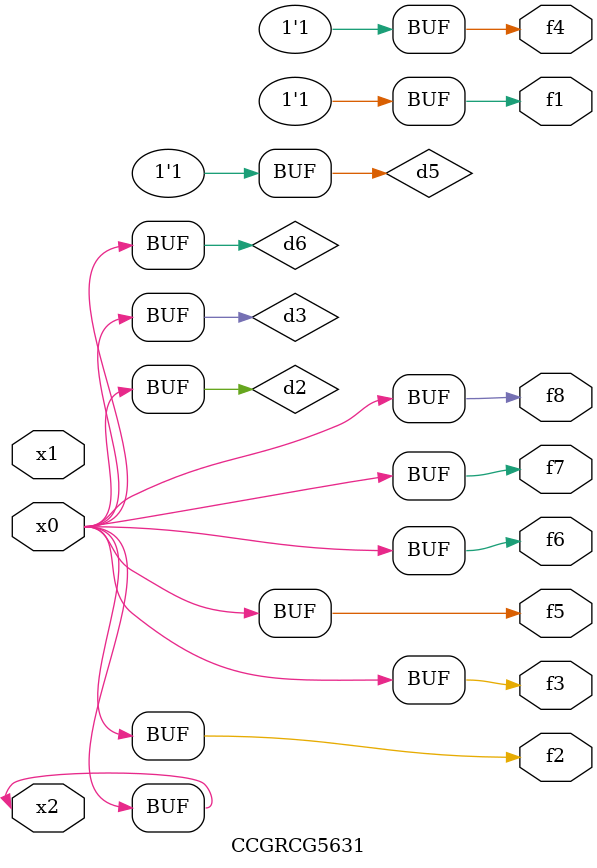
<source format=v>
module CCGRCG5631(
	input x0, x1, x2,
	output f1, f2, f3, f4, f5, f6, f7, f8
);

	wire d1, d2, d3, d4, d5, d6;

	xnor (d1, x2);
	buf (d2, x0, x2);
	and (d3, x0);
	xnor (d4, x1, x2);
	nand (d5, d1, d3);
	buf (d6, d2, d3);
	assign f1 = d5;
	assign f2 = d6;
	assign f3 = d6;
	assign f4 = d5;
	assign f5 = d6;
	assign f6 = d6;
	assign f7 = d6;
	assign f8 = d6;
endmodule

</source>
